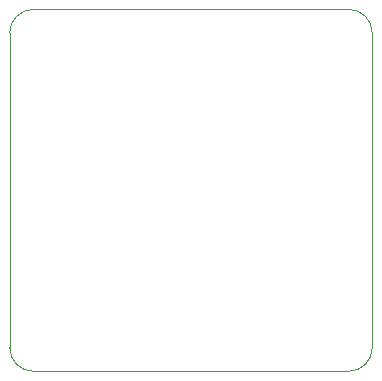
<source format=gm1>
G04 #@! TF.GenerationSoftware,KiCad,Pcbnew,7.0.1*
G04 #@! TF.CreationDate,2023-07-17T03:26:51+02:00*
G04 #@! TF.ProjectId,RS485_interface,52533438-355f-4696-9e74-657266616365,2*
G04 #@! TF.SameCoordinates,Original*
G04 #@! TF.FileFunction,Profile,NP*
%FSLAX46Y46*%
G04 Gerber Fmt 4.6, Leading zero omitted, Abs format (unit mm)*
G04 Created by KiCad (PCBNEW 7.0.1) date 2023-07-17 03:26:51*
%MOMM*%
%LPD*%
G01*
G04 APERTURE LIST*
G04 #@! TA.AperFunction,Profile*
%ADD10C,0.100000*%
G04 #@! TD*
G04 APERTURE END LIST*
D10*
X94100301Y-46139978D02*
X120800301Y-46139978D01*
X122800301Y-48139978D02*
X122800301Y-74789978D01*
X120800301Y-76789978D02*
G75*
G03*
X122800301Y-74789978I1J1999999D01*
G01*
X120800301Y-76789978D02*
X94100301Y-76789978D01*
X94100301Y-46139978D02*
G75*
G03*
X92100301Y-48139978I-1J-1999999D01*
G01*
X122800301Y-48139978D02*
G75*
G03*
X120800301Y-46139978I-1999999J1D01*
G01*
X92100301Y-74789978D02*
X92100301Y-48139978D01*
X92100301Y-74789978D02*
G75*
G03*
X94100301Y-76789978I1999999J-1D01*
G01*
M02*

</source>
